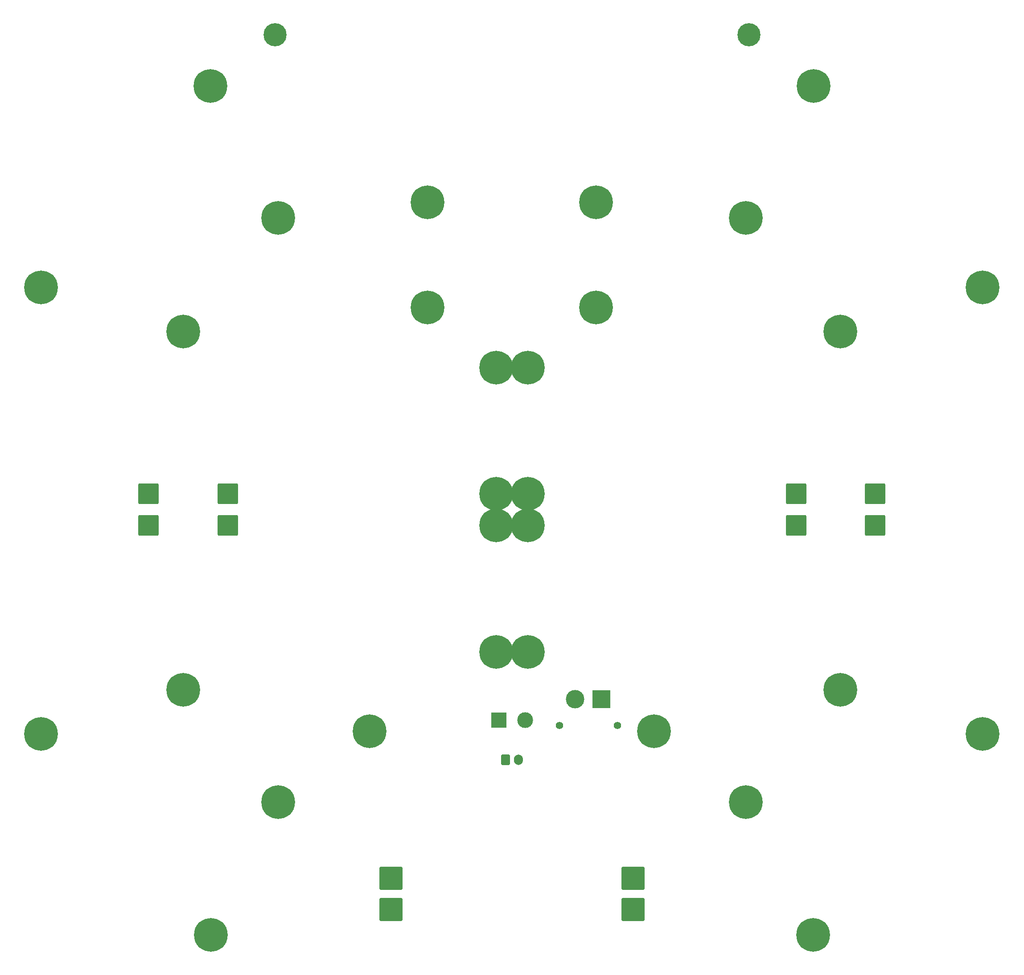
<source format=gbs>
G04 #@! TF.GenerationSoftware,KiCad,Pcbnew,7.0.9*
G04 #@! TF.CreationDate,2024-02-22T22:19:44+08:00*
G04 #@! TF.ProjectId,layer2,6c617965-7232-42e6-9b69-6361645f7063,rev?*
G04 #@! TF.SameCoordinates,Original*
G04 #@! TF.FileFunction,Soldermask,Bot*
G04 #@! TF.FilePolarity,Negative*
%FSLAX46Y46*%
G04 Gerber Fmt 4.6, Leading zero omitted, Abs format (unit mm)*
G04 Created by KiCad (PCBNEW 7.0.9) date 2024-02-22 22:19:44*
%MOMM*%
%LPD*%
G01*
G04 APERTURE LIST*
G04 Aperture macros list*
%AMRoundRect*
0 Rectangle with rounded corners*
0 $1 Rounding radius*
0 $2 $3 $4 $5 $6 $7 $8 $9 X,Y pos of 4 corners*
0 Add a 4 corners polygon primitive as box body*
4,1,4,$2,$3,$4,$5,$6,$7,$8,$9,$2,$3,0*
0 Add four circle primitives for the rounded corners*
1,1,$1+$1,$2,$3*
1,1,$1+$1,$4,$5*
1,1,$1+$1,$6,$7*
1,1,$1+$1,$8,$9*
0 Add four rect primitives between the rounded corners*
20,1,$1+$1,$2,$3,$4,$5,0*
20,1,$1+$1,$4,$5,$6,$7,0*
20,1,$1+$1,$6,$7,$8,$9,0*
20,1,$1+$1,$8,$9,$2,$3,0*%
G04 Aperture macros list end*
%ADD10RoundRect,0.250000X-0.600000X-0.750000X0.600000X-0.750000X0.600000X0.750000X-0.600000X0.750000X0*%
%ADD11O,1.700000X2.000000*%
%ADD12RoundRect,0.249999X-1.950001X-1.950001X1.950001X-1.950001X1.950001X1.950001X-1.950001X1.950001X0*%
%ADD13RoundRect,0.250002X-1.699998X-1.699998X1.699998X-1.699998X1.699998X1.699998X-1.699998X1.699998X0*%
%ADD14C,6.400000*%
%ADD15R,3.000000X3.000000*%
%ADD16C,3.000000*%
%ADD17C,4.400000*%
%ADD18C,1.400000*%
%ADD19R,3.500000X3.500000*%
%ADD20C,3.500000*%
G04 APERTURE END LIST*
D10*
X123750000Y-172500000D03*
D11*
X126250000Y-172500000D03*
D12*
X148000000Y-201000000D03*
X102000000Y-195000000D03*
D13*
X194000000Y-128000000D03*
D14*
X122000000Y-98000000D03*
X122000000Y-128000000D03*
X187400000Y-91191300D03*
X152012016Y-167075539D03*
D15*
X122500000Y-165000000D03*
D16*
X127500000Y-165000000D03*
D17*
X80000000Y-34750000D03*
D14*
X97987984Y-167075539D03*
X62600000Y-159200000D03*
D18*
X145000000Y-166000000D03*
X134000000Y-166000000D03*
D19*
X142000000Y-161000000D03*
D20*
X137000000Y-161000000D03*
D14*
X128000000Y-128000000D03*
X67750000Y-44500000D03*
D13*
X71000000Y-128000000D03*
D14*
X62600000Y-91191300D03*
X141000000Y-86610723D03*
D17*
X170000000Y-34750000D03*
D12*
X148000000Y-195000000D03*
D14*
X80600000Y-180600000D03*
X109000000Y-66610723D03*
X80600000Y-69600000D03*
X109000000Y-86610723D03*
X35600000Y-82800000D03*
D13*
X179000000Y-122000000D03*
D14*
X169400000Y-180600000D03*
D13*
X194000000Y-122000000D03*
D14*
X214400000Y-82800000D03*
X169400000Y-69600000D03*
D13*
X56000000Y-122000000D03*
D14*
X214400000Y-167600000D03*
X35600000Y-167600000D03*
D13*
X71000000Y-122000000D03*
D14*
X67800000Y-205800000D03*
X182250000Y-44500000D03*
X141000000Y-66610723D03*
X187400000Y-159200000D03*
X128000000Y-122000000D03*
X128000000Y-152000000D03*
D13*
X179000000Y-128000000D03*
D14*
X122000000Y-122000000D03*
X128000000Y-98000000D03*
D12*
X102000000Y-201000000D03*
D14*
X122000000Y-152000000D03*
X182200000Y-205800000D03*
D13*
X56000000Y-128000000D03*
M02*

</source>
